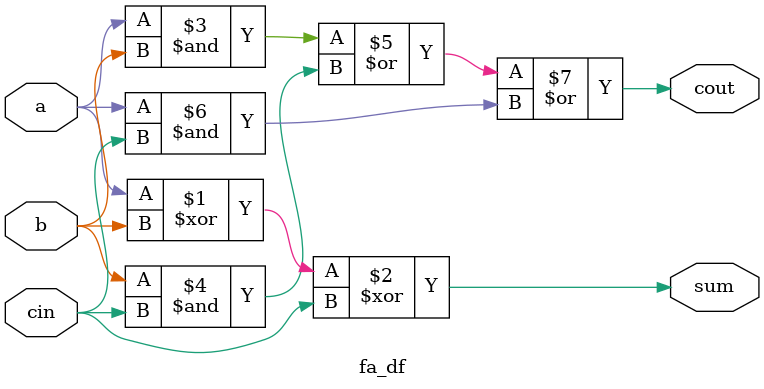
<source format=v>
module fa_df(a,b,cin,cout,sum);
  input a,b,cin;
  output cout,sum;

  assign sum = a^b^cin;
  assign cout = a&b | b&cin | a&cin;
endmodule

</source>
